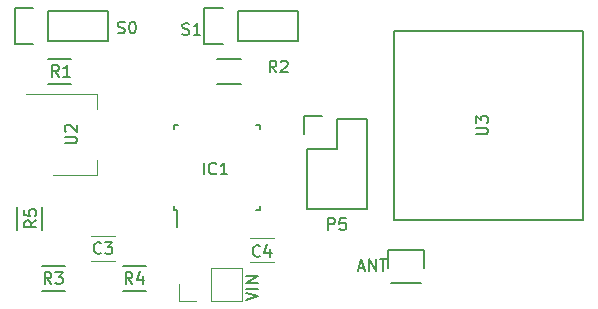
<source format=gto>
G04 #@! TF.GenerationSoftware,KiCad,Pcbnew,no-vcs-found-7560~57~ubuntu16.04.1*
G04 #@! TF.CreationDate,2017-02-05T10:32:15+01:00*
G04 #@! TF.ProjectId,MultiUse_Battery_RFM69HCW,4D756C74695573655F42617474657279,rev?*
G04 #@! TF.FileFunction,Legend,Top*
G04 #@! TF.FilePolarity,Positive*
%FSLAX46Y46*%
G04 Gerber Fmt 4.6, Leading zero omitted, Abs format (unit mm)*
G04 Created by KiCad (PCBNEW no-vcs-found-7560~57~ubuntu16.04.1) date Sun Feb  5 10:32:15 2017*
%MOMM*%
%LPD*%
G01*
G04 APERTURE LIST*
%ADD10C,0.100000*%
%ADD11C,0.150000*%
%ADD12C,0.120000*%
G04 APERTURE END LIST*
D10*
D11*
X96070000Y-70046000D02*
X96295000Y-70046000D01*
X96070000Y-62796000D02*
X96395000Y-62796000D01*
X103320000Y-62796000D02*
X102995000Y-62796000D01*
X103320000Y-70046000D02*
X102995000Y-70046000D01*
X96070000Y-70046000D02*
X96070000Y-69721000D01*
X103320000Y-70046000D02*
X103320000Y-69721000D01*
X103320000Y-62796000D02*
X103320000Y-63121000D01*
X96070000Y-62796000D02*
X96070000Y-63121000D01*
X96295000Y-70046000D02*
X96295000Y-71471000D01*
X117247000Y-73380000D02*
X117247000Y-74930000D01*
X114147000Y-74930000D02*
X114147000Y-73380000D01*
X114147000Y-73380000D02*
X117247000Y-73380000D01*
X114427000Y-76200000D02*
X116967000Y-76200000D01*
X85432900Y-55714900D02*
X90512900Y-55714900D01*
X90512900Y-55714900D02*
X90512900Y-53174900D01*
X90512900Y-53174900D02*
X85432900Y-53174900D01*
X82612900Y-52894900D02*
X84162900Y-52894900D01*
X85432900Y-53174900D02*
X85432900Y-55714900D01*
X84162900Y-55994900D02*
X82612900Y-55994900D01*
X82612900Y-55994900D02*
X82612900Y-52894900D01*
X101460300Y-55702200D02*
X106540300Y-55702200D01*
X106540300Y-55702200D02*
X106540300Y-53162200D01*
X106540300Y-53162200D02*
X101460300Y-53162200D01*
X98640300Y-52882200D02*
X100190300Y-52882200D01*
X101460300Y-53162200D02*
X101460300Y-55702200D01*
X100190300Y-55982200D02*
X98640300Y-55982200D01*
X98640300Y-55982200D02*
X98640300Y-52882200D01*
X107315000Y-64897000D02*
X107315000Y-69977000D01*
X107035000Y-62077000D02*
X108585000Y-62077000D01*
X109855000Y-62357000D02*
X109855000Y-64897000D01*
X109855000Y-64897000D02*
X107315000Y-64897000D01*
X107315000Y-69977000D02*
X112395000Y-69977000D01*
X112395000Y-69977000D02*
X112395000Y-64897000D01*
X107035000Y-62077000D02*
X107035000Y-63627000D01*
X112395000Y-62357000D02*
X109855000Y-62357000D01*
X112395000Y-64897000D02*
X112395000Y-62357000D01*
X87360000Y-59368000D02*
X85360000Y-59368000D01*
X85360000Y-57218000D02*
X87360000Y-57218000D01*
X101711000Y-59368000D02*
X99711000Y-59368000D01*
X99711000Y-57218000D02*
X101711000Y-57218000D01*
D12*
X89540000Y-67037000D02*
X89540000Y-65777000D01*
X89540000Y-60217000D02*
X89540000Y-61477000D01*
X85780000Y-67037000D02*
X89540000Y-67037000D01*
X83530000Y-60217000D02*
X89540000Y-60217000D01*
X89043000Y-74304000D02*
X91043000Y-74304000D01*
X91043000Y-72254000D02*
X89043000Y-72254000D01*
X104505000Y-72381000D02*
X102505000Y-72381000D01*
X102505000Y-74431000D02*
X104505000Y-74431000D01*
D11*
X86852000Y-76894000D02*
X84852000Y-76894000D01*
X84852000Y-74744000D02*
X86852000Y-74744000D01*
X93710000Y-76894000D02*
X91710000Y-76894000D01*
X91710000Y-74744000D02*
X93710000Y-74744000D01*
X114682000Y-54865000D02*
X130682000Y-54865000D01*
X114682000Y-70865000D02*
X114682000Y-54865000D01*
X130682000Y-70865000D02*
X114682000Y-70865000D01*
X130682000Y-54865000D02*
X130682000Y-70865000D01*
X84895000Y-69739000D02*
X84895000Y-71739000D01*
X82745000Y-71739000D02*
X82745000Y-69739000D01*
D12*
X96527000Y-77717000D02*
X96527000Y-76327000D01*
X97917000Y-77717000D02*
X96527000Y-77717000D01*
X99187000Y-74937000D02*
X99187000Y-77717000D01*
X101847000Y-74937000D02*
X99187000Y-74937000D01*
X101847000Y-77717000D02*
X101847000Y-74937000D01*
X99187000Y-77717000D02*
X101847000Y-77717000D01*
D11*
X98591809Y-67000380D02*
X98591809Y-66000380D01*
X99639428Y-66905142D02*
X99591809Y-66952761D01*
X99448952Y-67000380D01*
X99353714Y-67000380D01*
X99210857Y-66952761D01*
X99115619Y-66857523D01*
X99068000Y-66762285D01*
X99020380Y-66571809D01*
X99020380Y-66428952D01*
X99068000Y-66238476D01*
X99115619Y-66143238D01*
X99210857Y-66048000D01*
X99353714Y-66000380D01*
X99448952Y-66000380D01*
X99591809Y-66048000D01*
X99639428Y-66095619D01*
X100591809Y-67000380D02*
X100020380Y-67000380D01*
X100306095Y-67000380D02*
X100306095Y-66000380D01*
X100210857Y-66143238D01*
X100115619Y-66238476D01*
X100020380Y-66286095D01*
X111696642Y-74918866D02*
X112172833Y-74918866D01*
X111601404Y-75204580D02*
X111934738Y-74204580D01*
X112268071Y-75204580D01*
X112601404Y-75204580D02*
X112601404Y-74204580D01*
X113172833Y-75204580D01*
X113172833Y-74204580D01*
X113506166Y-74204580D02*
X114077595Y-74204580D01*
X113791880Y-75204580D02*
X113791880Y-74204580D01*
X91313095Y-55014761D02*
X91455952Y-55062380D01*
X91694047Y-55062380D01*
X91789285Y-55014761D01*
X91836904Y-54967142D01*
X91884523Y-54871904D01*
X91884523Y-54776666D01*
X91836904Y-54681428D01*
X91789285Y-54633809D01*
X91694047Y-54586190D01*
X91503571Y-54538571D01*
X91408333Y-54490952D01*
X91360714Y-54443333D01*
X91313095Y-54348095D01*
X91313095Y-54252857D01*
X91360714Y-54157619D01*
X91408333Y-54110000D01*
X91503571Y-54062380D01*
X91741666Y-54062380D01*
X91884523Y-54110000D01*
X92503571Y-54062380D02*
X92598809Y-54062380D01*
X92694047Y-54110000D01*
X92741666Y-54157619D01*
X92789285Y-54252857D01*
X92836904Y-54443333D01*
X92836904Y-54681428D01*
X92789285Y-54871904D01*
X92741666Y-54967142D01*
X92694047Y-55014761D01*
X92598809Y-55062380D01*
X92503571Y-55062380D01*
X92408333Y-55014761D01*
X92360714Y-54967142D01*
X92313095Y-54871904D01*
X92265476Y-54681428D01*
X92265476Y-54443333D01*
X92313095Y-54252857D01*
X92360714Y-54157619D01*
X92408333Y-54110000D01*
X92503571Y-54062380D01*
X96774095Y-55141761D02*
X96916952Y-55189380D01*
X97155047Y-55189380D01*
X97250285Y-55141761D01*
X97297904Y-55094142D01*
X97345523Y-54998904D01*
X97345523Y-54903666D01*
X97297904Y-54808428D01*
X97250285Y-54760809D01*
X97155047Y-54713190D01*
X96964571Y-54665571D01*
X96869333Y-54617952D01*
X96821714Y-54570333D01*
X96774095Y-54475095D01*
X96774095Y-54379857D01*
X96821714Y-54284619D01*
X96869333Y-54237000D01*
X96964571Y-54189380D01*
X97202666Y-54189380D01*
X97345523Y-54237000D01*
X98297904Y-55189380D02*
X97726476Y-55189380D01*
X98012190Y-55189380D02*
X98012190Y-54189380D01*
X97916952Y-54332238D01*
X97821714Y-54427476D01*
X97726476Y-54475095D01*
X109116904Y-71699380D02*
X109116904Y-70699380D01*
X109497857Y-70699380D01*
X109593095Y-70747000D01*
X109640714Y-70794619D01*
X109688333Y-70889857D01*
X109688333Y-71032714D01*
X109640714Y-71127952D01*
X109593095Y-71175571D01*
X109497857Y-71223190D01*
X109116904Y-71223190D01*
X110593095Y-70699380D02*
X110116904Y-70699380D01*
X110069285Y-71175571D01*
X110116904Y-71127952D01*
X110212142Y-71080333D01*
X110450238Y-71080333D01*
X110545476Y-71127952D01*
X110593095Y-71175571D01*
X110640714Y-71270809D01*
X110640714Y-71508904D01*
X110593095Y-71604142D01*
X110545476Y-71651761D01*
X110450238Y-71699380D01*
X110212142Y-71699380D01*
X110116904Y-71651761D01*
X110069285Y-71604142D01*
X86320333Y-58745380D02*
X85987000Y-58269190D01*
X85748904Y-58745380D02*
X85748904Y-57745380D01*
X86129857Y-57745380D01*
X86225095Y-57793000D01*
X86272714Y-57840619D01*
X86320333Y-57935857D01*
X86320333Y-58078714D01*
X86272714Y-58173952D01*
X86225095Y-58221571D01*
X86129857Y-58269190D01*
X85748904Y-58269190D01*
X87272714Y-58745380D02*
X86701285Y-58745380D01*
X86987000Y-58745380D02*
X86987000Y-57745380D01*
X86891761Y-57888238D01*
X86796523Y-57983476D01*
X86701285Y-58031095D01*
X104735333Y-58364380D02*
X104402000Y-57888190D01*
X104163904Y-58364380D02*
X104163904Y-57364380D01*
X104544857Y-57364380D01*
X104640095Y-57412000D01*
X104687714Y-57459619D01*
X104735333Y-57554857D01*
X104735333Y-57697714D01*
X104687714Y-57792952D01*
X104640095Y-57840571D01*
X104544857Y-57888190D01*
X104163904Y-57888190D01*
X105116285Y-57459619D02*
X105163904Y-57412000D01*
X105259142Y-57364380D01*
X105497238Y-57364380D01*
X105592476Y-57412000D01*
X105640095Y-57459619D01*
X105687714Y-57554857D01*
X105687714Y-57650095D01*
X105640095Y-57792952D01*
X105068666Y-58364380D01*
X105687714Y-58364380D01*
X86828380Y-64388904D02*
X87637904Y-64388904D01*
X87733142Y-64341285D01*
X87780761Y-64293666D01*
X87828380Y-64198428D01*
X87828380Y-64007952D01*
X87780761Y-63912714D01*
X87733142Y-63865095D01*
X87637904Y-63817476D01*
X86828380Y-63817476D01*
X86923619Y-63388904D02*
X86876000Y-63341285D01*
X86828380Y-63246047D01*
X86828380Y-63007952D01*
X86876000Y-62912714D01*
X86923619Y-62865095D01*
X87018857Y-62817476D01*
X87114095Y-62817476D01*
X87256952Y-62865095D01*
X87828380Y-63436523D01*
X87828380Y-62817476D01*
X89876333Y-73636142D02*
X89828714Y-73683761D01*
X89685857Y-73731380D01*
X89590619Y-73731380D01*
X89447761Y-73683761D01*
X89352523Y-73588523D01*
X89304904Y-73493285D01*
X89257285Y-73302809D01*
X89257285Y-73159952D01*
X89304904Y-72969476D01*
X89352523Y-72874238D01*
X89447761Y-72779000D01*
X89590619Y-72731380D01*
X89685857Y-72731380D01*
X89828714Y-72779000D01*
X89876333Y-72826619D01*
X90209666Y-72731380D02*
X90828714Y-72731380D01*
X90495380Y-73112333D01*
X90638238Y-73112333D01*
X90733476Y-73159952D01*
X90781095Y-73207571D01*
X90828714Y-73302809D01*
X90828714Y-73540904D01*
X90781095Y-73636142D01*
X90733476Y-73683761D01*
X90638238Y-73731380D01*
X90352523Y-73731380D01*
X90257285Y-73683761D01*
X90209666Y-73636142D01*
X103338333Y-73890142D02*
X103290714Y-73937761D01*
X103147857Y-73985380D01*
X103052619Y-73985380D01*
X102909761Y-73937761D01*
X102814523Y-73842523D01*
X102766904Y-73747285D01*
X102719285Y-73556809D01*
X102719285Y-73413952D01*
X102766904Y-73223476D01*
X102814523Y-73128238D01*
X102909761Y-73033000D01*
X103052619Y-72985380D01*
X103147857Y-72985380D01*
X103290714Y-73033000D01*
X103338333Y-73080619D01*
X104195476Y-73318714D02*
X104195476Y-73985380D01*
X103957380Y-72937761D02*
X103719285Y-73652047D01*
X104338333Y-73652047D01*
X85685333Y-76271380D02*
X85352000Y-75795190D01*
X85113904Y-76271380D02*
X85113904Y-75271380D01*
X85494857Y-75271380D01*
X85590095Y-75319000D01*
X85637714Y-75366619D01*
X85685333Y-75461857D01*
X85685333Y-75604714D01*
X85637714Y-75699952D01*
X85590095Y-75747571D01*
X85494857Y-75795190D01*
X85113904Y-75795190D01*
X86018666Y-75271380D02*
X86637714Y-75271380D01*
X86304380Y-75652333D01*
X86447238Y-75652333D01*
X86542476Y-75699952D01*
X86590095Y-75747571D01*
X86637714Y-75842809D01*
X86637714Y-76080904D01*
X86590095Y-76176142D01*
X86542476Y-76223761D01*
X86447238Y-76271380D01*
X86161523Y-76271380D01*
X86066285Y-76223761D01*
X86018666Y-76176142D01*
X92543333Y-76271380D02*
X92210000Y-75795190D01*
X91971904Y-76271380D02*
X91971904Y-75271380D01*
X92352857Y-75271380D01*
X92448095Y-75319000D01*
X92495714Y-75366619D01*
X92543333Y-75461857D01*
X92543333Y-75604714D01*
X92495714Y-75699952D01*
X92448095Y-75747571D01*
X92352857Y-75795190D01*
X91971904Y-75795190D01*
X93400476Y-75604714D02*
X93400476Y-76271380D01*
X93162380Y-75223761D02*
X92924285Y-75938047D01*
X93543333Y-75938047D01*
X121634380Y-63626904D02*
X122443904Y-63626904D01*
X122539142Y-63579285D01*
X122586761Y-63531666D01*
X122634380Y-63436428D01*
X122634380Y-63245952D01*
X122586761Y-63150714D01*
X122539142Y-63103095D01*
X122443904Y-63055476D01*
X121634380Y-63055476D01*
X121634380Y-62674523D02*
X121634380Y-62055476D01*
X122015333Y-62388809D01*
X122015333Y-62245952D01*
X122062952Y-62150714D01*
X122110571Y-62103095D01*
X122205809Y-62055476D01*
X122443904Y-62055476D01*
X122539142Y-62103095D01*
X122586761Y-62150714D01*
X122634380Y-62245952D01*
X122634380Y-62531666D01*
X122586761Y-62626904D01*
X122539142Y-62674523D01*
X84399380Y-70905666D02*
X83923190Y-71239000D01*
X84399380Y-71477095D02*
X83399380Y-71477095D01*
X83399380Y-71096142D01*
X83447000Y-71000904D01*
X83494619Y-70953285D01*
X83589857Y-70905666D01*
X83732714Y-70905666D01*
X83827952Y-70953285D01*
X83875571Y-71000904D01*
X83923190Y-71096142D01*
X83923190Y-71477095D01*
X83399380Y-70000904D02*
X83399380Y-70477095D01*
X83875571Y-70524714D01*
X83827952Y-70477095D01*
X83780333Y-70381857D01*
X83780333Y-70143761D01*
X83827952Y-70048523D01*
X83875571Y-70000904D01*
X83970809Y-69953285D01*
X84208904Y-69953285D01*
X84304142Y-70000904D01*
X84351761Y-70048523D01*
X84399380Y-70143761D01*
X84399380Y-70381857D01*
X84351761Y-70477095D01*
X84304142Y-70524714D01*
X102195380Y-77676238D02*
X103195380Y-77342904D01*
X102195380Y-77009571D01*
X103195380Y-76676238D02*
X102195380Y-76676238D01*
X103195380Y-76200047D02*
X102195380Y-76200047D01*
X103195380Y-75628619D01*
X102195380Y-75628619D01*
M02*

</source>
